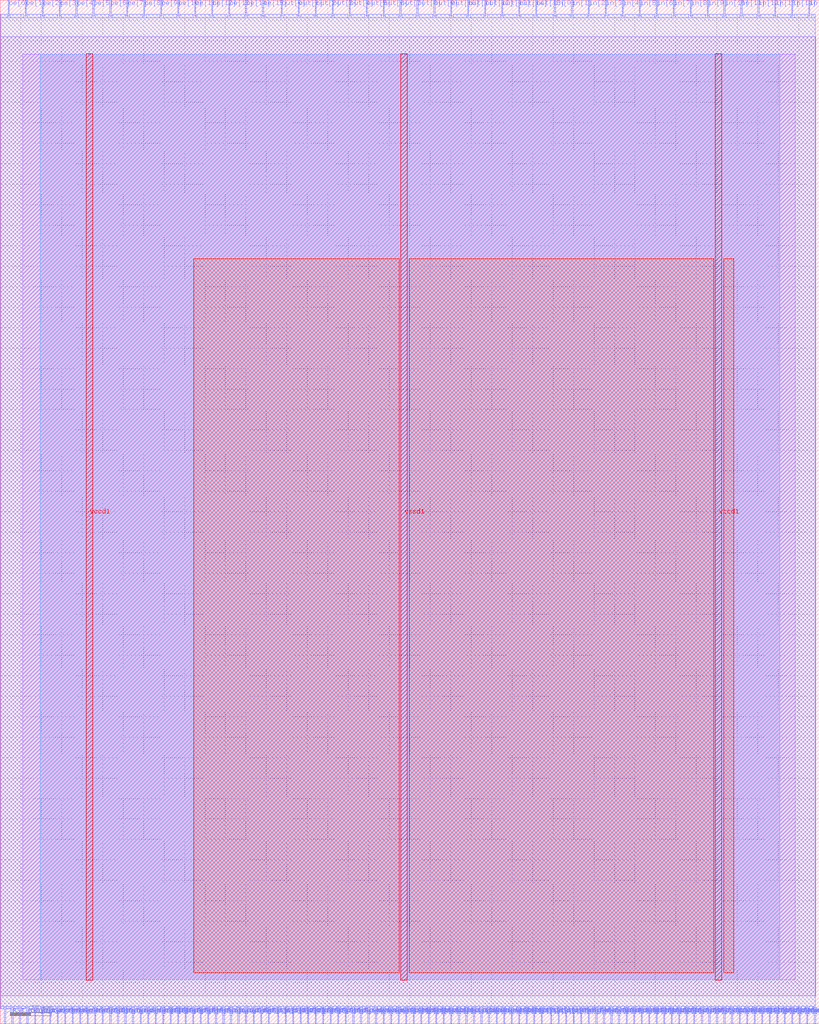
<source format=lef>
VERSION 5.7 ;
  NOWIREEXTENSIONATPIN ON ;
  DIVIDERCHAR "/" ;
  BUSBITCHARS "[]" ;
MACRO mkQF100GPIO
  CLASS BLOCK ;
  FOREIGN mkQF100GPIO ;
  ORIGIN 0.000 0.000 ;
  SIZE 200.000 BY 250.000 ;
  PIN CLK
    DIRECTION INPUT ;
    USE SIGNAL ;
    PORT
      LAYER met2 ;
        RECT 1.010 0.000 1.290 4.000 ;
    END
  END CLK
  PIN RST_N
    DIRECTION INPUT ;
    USE SIGNAL ;
    PORT
      LAYER met2 ;
        RECT 2.850 0.000 3.130 4.000 ;
    END
  END RST_N
  PIN in[0]
    DIRECTION INPUT ;
    USE SIGNAL ;
    PORT
      LAYER met2 ;
        RECT 135.330 246.000 135.610 250.000 ;
    END
  END in[0]
  PIN in[10]
    DIRECTION INPUT ;
    USE SIGNAL ;
    PORT
      LAYER met2 ;
        RECT 176.730 246.000 177.010 250.000 ;
    END
  END in[10]
  PIN in[11]
    DIRECTION INPUT ;
    USE SIGNAL ;
    PORT
      LAYER met2 ;
        RECT 180.870 246.000 181.150 250.000 ;
    END
  END in[11]
  PIN in[12]
    DIRECTION INPUT ;
    USE SIGNAL ;
    PORT
      LAYER met2 ;
        RECT 185.010 246.000 185.290 250.000 ;
    END
  END in[12]
  PIN in[13]
    DIRECTION INPUT ;
    USE SIGNAL ;
    PORT
      LAYER met2 ;
        RECT 189.150 246.000 189.430 250.000 ;
    END
  END in[13]
  PIN in[14]
    DIRECTION INPUT ;
    USE SIGNAL ;
    PORT
      LAYER met2 ;
        RECT 193.290 246.000 193.570 250.000 ;
    END
  END in[14]
  PIN in[15]
    DIRECTION INPUT ;
    USE SIGNAL ;
    PORT
      LAYER met2 ;
        RECT 197.430 246.000 197.710 250.000 ;
    END
  END in[15]
  PIN in[1]
    DIRECTION INPUT ;
    USE SIGNAL ;
    PORT
      LAYER met2 ;
        RECT 139.470 246.000 139.750 250.000 ;
    END
  END in[1]
  PIN in[2]
    DIRECTION INPUT ;
    USE SIGNAL ;
    PORT
      LAYER met2 ;
        RECT 143.610 246.000 143.890 250.000 ;
    END
  END in[2]
  PIN in[3]
    DIRECTION INPUT ;
    USE SIGNAL ;
    PORT
      LAYER met2 ;
        RECT 147.750 246.000 148.030 250.000 ;
    END
  END in[3]
  PIN in[4]
    DIRECTION INPUT ;
    USE SIGNAL ;
    PORT
      LAYER met2 ;
        RECT 151.890 246.000 152.170 250.000 ;
    END
  END in[4]
  PIN in[5]
    DIRECTION INPUT ;
    USE SIGNAL ;
    PORT
      LAYER met2 ;
        RECT 156.030 246.000 156.310 250.000 ;
    END
  END in[5]
  PIN in[6]
    DIRECTION INPUT ;
    USE SIGNAL ;
    PORT
      LAYER met2 ;
        RECT 160.170 246.000 160.450 250.000 ;
    END
  END in[6]
  PIN in[7]
    DIRECTION INPUT ;
    USE SIGNAL ;
    PORT
      LAYER met2 ;
        RECT 164.310 246.000 164.590 250.000 ;
    END
  END in[7]
  PIN in[8]
    DIRECTION INPUT ;
    USE SIGNAL ;
    PORT
      LAYER met2 ;
        RECT 168.450 246.000 168.730 250.000 ;
    END
  END in[8]
  PIN in[9]
    DIRECTION INPUT ;
    USE SIGNAL ;
    PORT
      LAYER met2 ;
        RECT 172.590 246.000 172.870 250.000 ;
    END
  END in[9]
  PIN oe[0]
    DIRECTION OUTPUT TRISTATE ;
    USE SIGNAL ;
    PORT
      LAYER met2 ;
        RECT 1.930 246.000 2.210 250.000 ;
    END
  END oe[0]
  PIN oe[10]
    DIRECTION OUTPUT TRISTATE ;
    USE SIGNAL ;
    PORT
      LAYER met2 ;
        RECT 43.330 246.000 43.610 250.000 ;
    END
  END oe[10]
  PIN oe[11]
    DIRECTION OUTPUT TRISTATE ;
    USE SIGNAL ;
    PORT
      LAYER met2 ;
        RECT 47.470 246.000 47.750 250.000 ;
    END
  END oe[11]
  PIN oe[12]
    DIRECTION OUTPUT TRISTATE ;
    USE SIGNAL ;
    PORT
      LAYER met2 ;
        RECT 51.610 246.000 51.890 250.000 ;
    END
  END oe[12]
  PIN oe[13]
    DIRECTION OUTPUT TRISTATE ;
    USE SIGNAL ;
    PORT
      LAYER met2 ;
        RECT 55.750 246.000 56.030 250.000 ;
    END
  END oe[13]
  PIN oe[14]
    DIRECTION OUTPUT TRISTATE ;
    USE SIGNAL ;
    PORT
      LAYER met2 ;
        RECT 59.890 246.000 60.170 250.000 ;
    END
  END oe[14]
  PIN oe[15]
    DIRECTION OUTPUT TRISTATE ;
    USE SIGNAL ;
    PORT
      LAYER met2 ;
        RECT 64.030 246.000 64.310 250.000 ;
    END
  END oe[15]
  PIN oe[1]
    DIRECTION OUTPUT TRISTATE ;
    USE SIGNAL ;
    PORT
      LAYER met2 ;
        RECT 6.070 246.000 6.350 250.000 ;
    END
  END oe[1]
  PIN oe[2]
    DIRECTION OUTPUT TRISTATE ;
    USE SIGNAL ;
    PORT
      LAYER met2 ;
        RECT 10.210 246.000 10.490 250.000 ;
    END
  END oe[2]
  PIN oe[3]
    DIRECTION OUTPUT TRISTATE ;
    USE SIGNAL ;
    PORT
      LAYER met2 ;
        RECT 14.350 246.000 14.630 250.000 ;
    END
  END oe[3]
  PIN oe[4]
    DIRECTION OUTPUT TRISTATE ;
    USE SIGNAL ;
    PORT
      LAYER met2 ;
        RECT 18.490 246.000 18.770 250.000 ;
    END
  END oe[4]
  PIN oe[5]
    DIRECTION OUTPUT TRISTATE ;
    USE SIGNAL ;
    PORT
      LAYER met2 ;
        RECT 22.630 246.000 22.910 250.000 ;
    END
  END oe[5]
  PIN oe[6]
    DIRECTION OUTPUT TRISTATE ;
    USE SIGNAL ;
    PORT
      LAYER met2 ;
        RECT 26.770 246.000 27.050 250.000 ;
    END
  END oe[6]
  PIN oe[7]
    DIRECTION OUTPUT TRISTATE ;
    USE SIGNAL ;
    PORT
      LAYER met2 ;
        RECT 30.910 246.000 31.190 250.000 ;
    END
  END oe[7]
  PIN oe[8]
    DIRECTION OUTPUT TRISTATE ;
    USE SIGNAL ;
    PORT
      LAYER met2 ;
        RECT 35.050 246.000 35.330 250.000 ;
    END
  END oe[8]
  PIN oe[9]
    DIRECTION OUTPUT TRISTATE ;
    USE SIGNAL ;
    PORT
      LAYER met2 ;
        RECT 39.190 246.000 39.470 250.000 ;
    END
  END oe[9]
  PIN out[0]
    DIRECTION OUTPUT TRISTATE ;
    USE SIGNAL ;
    PORT
      LAYER met2 ;
        RECT 68.630 246.000 68.910 250.000 ;
    END
  END out[0]
  PIN out[10]
    DIRECTION OUTPUT TRISTATE ;
    USE SIGNAL ;
    PORT
      LAYER met2 ;
        RECT 110.030 246.000 110.310 250.000 ;
    END
  END out[10]
  PIN out[11]
    DIRECTION OUTPUT TRISTATE ;
    USE SIGNAL ;
    PORT
      LAYER met2 ;
        RECT 114.170 246.000 114.450 250.000 ;
    END
  END out[11]
  PIN out[12]
    DIRECTION OUTPUT TRISTATE ;
    USE SIGNAL ;
    PORT
      LAYER met2 ;
        RECT 118.310 246.000 118.590 250.000 ;
    END
  END out[12]
  PIN out[13]
    DIRECTION OUTPUT TRISTATE ;
    USE SIGNAL ;
    PORT
      LAYER met2 ;
        RECT 122.450 246.000 122.730 250.000 ;
    END
  END out[13]
  PIN out[14]
    DIRECTION OUTPUT TRISTATE ;
    USE SIGNAL ;
    PORT
      LAYER met2 ;
        RECT 126.590 246.000 126.870 250.000 ;
    END
  END out[14]
  PIN out[15]
    DIRECTION OUTPUT TRISTATE ;
    USE SIGNAL ;
    PORT
      LAYER met2 ;
        RECT 130.730 246.000 131.010 250.000 ;
    END
  END out[15]
  PIN out[1]
    DIRECTION OUTPUT TRISTATE ;
    USE SIGNAL ;
    PORT
      LAYER met2 ;
        RECT 72.770 246.000 73.050 250.000 ;
    END
  END out[1]
  PIN out[2]
    DIRECTION OUTPUT TRISTATE ;
    USE SIGNAL ;
    PORT
      LAYER met2 ;
        RECT 76.910 246.000 77.190 250.000 ;
    END
  END out[2]
  PIN out[3]
    DIRECTION OUTPUT TRISTATE ;
    USE SIGNAL ;
    PORT
      LAYER met2 ;
        RECT 81.050 246.000 81.330 250.000 ;
    END
  END out[3]
  PIN out[4]
    DIRECTION OUTPUT TRISTATE ;
    USE SIGNAL ;
    PORT
      LAYER met2 ;
        RECT 85.190 246.000 85.470 250.000 ;
    END
  END out[4]
  PIN out[5]
    DIRECTION OUTPUT TRISTATE ;
    USE SIGNAL ;
    PORT
      LAYER met2 ;
        RECT 89.330 246.000 89.610 250.000 ;
    END
  END out[5]
  PIN out[6]
    DIRECTION OUTPUT TRISTATE ;
    USE SIGNAL ;
    PORT
      LAYER met2 ;
        RECT 93.470 246.000 93.750 250.000 ;
    END
  END out[6]
  PIN out[7]
    DIRECTION OUTPUT TRISTATE ;
    USE SIGNAL ;
    PORT
      LAYER met2 ;
        RECT 97.610 246.000 97.890 250.000 ;
    END
  END out[7]
  PIN out[8]
    DIRECTION OUTPUT TRISTATE ;
    USE SIGNAL ;
    PORT
      LAYER met2 ;
        RECT 101.750 246.000 102.030 250.000 ;
    END
  END out[8]
  PIN out[9]
    DIRECTION OUTPUT TRISTATE ;
    USE SIGNAL ;
    PORT
      LAYER met2 ;
        RECT 105.890 246.000 106.170 250.000 ;
    END
  END out[9]
  PIN slave_ack_o
    DIRECTION OUTPUT TRISTATE ;
    USE SIGNAL ;
    PORT
      LAYER met2 ;
        RECT 4.690 0.000 4.970 4.000 ;
    END
  END slave_ack_o
  PIN slave_adr_i[0]
    DIRECTION INPUT ;
    USE SIGNAL ;
    PORT
      LAYER met2 ;
        RECT 15.730 0.000 16.010 4.000 ;
    END
  END slave_adr_i[0]
  PIN slave_adr_i[10]
    DIRECTION INPUT ;
    USE SIGNAL ;
    PORT
      LAYER met2 ;
        RECT 78.750 0.000 79.030 4.000 ;
    END
  END slave_adr_i[10]
  PIN slave_adr_i[11]
    DIRECTION INPUT ;
    USE SIGNAL ;
    PORT
      LAYER met2 ;
        RECT 84.270 0.000 84.550 4.000 ;
    END
  END slave_adr_i[11]
  PIN slave_adr_i[12]
    DIRECTION INPUT ;
    USE SIGNAL ;
    PORT
      LAYER met2 ;
        RECT 89.790 0.000 90.070 4.000 ;
    END
  END slave_adr_i[12]
  PIN slave_adr_i[13]
    DIRECTION INPUT ;
    USE SIGNAL ;
    PORT
      LAYER met2 ;
        RECT 95.310 0.000 95.590 4.000 ;
    END
  END slave_adr_i[13]
  PIN slave_adr_i[14]
    DIRECTION INPUT ;
    USE SIGNAL ;
    PORT
      LAYER met2 ;
        RECT 100.830 0.000 101.110 4.000 ;
    END
  END slave_adr_i[14]
  PIN slave_adr_i[15]
    DIRECTION INPUT ;
    USE SIGNAL ;
    PORT
      LAYER met2 ;
        RECT 106.350 0.000 106.630 4.000 ;
    END
  END slave_adr_i[15]
  PIN slave_adr_i[16]
    DIRECTION INPUT ;
    USE SIGNAL ;
    PORT
      LAYER met2 ;
        RECT 111.870 0.000 112.150 4.000 ;
    END
  END slave_adr_i[16]
  PIN slave_adr_i[17]
    DIRECTION INPUT ;
    USE SIGNAL ;
    PORT
      LAYER met2 ;
        RECT 117.390 0.000 117.670 4.000 ;
    END
  END slave_adr_i[17]
  PIN slave_adr_i[18]
    DIRECTION INPUT ;
    USE SIGNAL ;
    PORT
      LAYER met2 ;
        RECT 122.910 0.000 123.190 4.000 ;
    END
  END slave_adr_i[18]
  PIN slave_adr_i[19]
    DIRECTION INPUT ;
    USE SIGNAL ;
    PORT
      LAYER met2 ;
        RECT 128.430 0.000 128.710 4.000 ;
    END
  END slave_adr_i[19]
  PIN slave_adr_i[1]
    DIRECTION INPUT ;
    USE SIGNAL ;
    PORT
      LAYER met2 ;
        RECT 23.090 0.000 23.370 4.000 ;
    END
  END slave_adr_i[1]
  PIN slave_adr_i[20]
    DIRECTION INPUT ;
    USE SIGNAL ;
    PORT
      LAYER met2 ;
        RECT 134.410 0.000 134.690 4.000 ;
    END
  END slave_adr_i[20]
  PIN slave_adr_i[21]
    DIRECTION INPUT ;
    USE SIGNAL ;
    PORT
      LAYER met2 ;
        RECT 139.930 0.000 140.210 4.000 ;
    END
  END slave_adr_i[21]
  PIN slave_adr_i[22]
    DIRECTION INPUT ;
    USE SIGNAL ;
    PORT
      LAYER met2 ;
        RECT 145.450 0.000 145.730 4.000 ;
    END
  END slave_adr_i[22]
  PIN slave_adr_i[23]
    DIRECTION INPUT ;
    USE SIGNAL ;
    PORT
      LAYER met2 ;
        RECT 150.970 0.000 151.250 4.000 ;
    END
  END slave_adr_i[23]
  PIN slave_adr_i[24]
    DIRECTION INPUT ;
    USE SIGNAL ;
    PORT
      LAYER met2 ;
        RECT 156.490 0.000 156.770 4.000 ;
    END
  END slave_adr_i[24]
  PIN slave_adr_i[25]
    DIRECTION INPUT ;
    USE SIGNAL ;
    PORT
      LAYER met2 ;
        RECT 162.010 0.000 162.290 4.000 ;
    END
  END slave_adr_i[25]
  PIN slave_adr_i[26]
    DIRECTION INPUT ;
    USE SIGNAL ;
    PORT
      LAYER met2 ;
        RECT 167.530 0.000 167.810 4.000 ;
    END
  END slave_adr_i[26]
  PIN slave_adr_i[27]
    DIRECTION INPUT ;
    USE SIGNAL ;
    PORT
      LAYER met2 ;
        RECT 173.050 0.000 173.330 4.000 ;
    END
  END slave_adr_i[27]
  PIN slave_adr_i[28]
    DIRECTION INPUT ;
    USE SIGNAL ;
    PORT
      LAYER met2 ;
        RECT 178.570 0.000 178.850 4.000 ;
    END
  END slave_adr_i[28]
  PIN slave_adr_i[29]
    DIRECTION INPUT ;
    USE SIGNAL ;
    PORT
      LAYER met2 ;
        RECT 184.090 0.000 184.370 4.000 ;
    END
  END slave_adr_i[29]
  PIN slave_adr_i[2]
    DIRECTION INPUT ;
    USE SIGNAL ;
    PORT
      LAYER met2 ;
        RECT 30.450 0.000 30.730 4.000 ;
    END
  END slave_adr_i[2]
  PIN slave_adr_i[30]
    DIRECTION INPUT ;
    USE SIGNAL ;
    PORT
      LAYER met2 ;
        RECT 189.610 0.000 189.890 4.000 ;
    END
  END slave_adr_i[30]
  PIN slave_adr_i[31]
    DIRECTION INPUT ;
    USE SIGNAL ;
    PORT
      LAYER met2 ;
        RECT 195.130 0.000 195.410 4.000 ;
    END
  END slave_adr_i[31]
  PIN slave_adr_i[3]
    DIRECTION INPUT ;
    USE SIGNAL ;
    PORT
      LAYER met2 ;
        RECT 37.810 0.000 38.090 4.000 ;
    END
  END slave_adr_i[3]
  PIN slave_adr_i[4]
    DIRECTION INPUT ;
    USE SIGNAL ;
    PORT
      LAYER met2 ;
        RECT 45.170 0.000 45.450 4.000 ;
    END
  END slave_adr_i[4]
  PIN slave_adr_i[5]
    DIRECTION INPUT ;
    USE SIGNAL ;
    PORT
      LAYER met2 ;
        RECT 50.690 0.000 50.970 4.000 ;
    END
  END slave_adr_i[5]
  PIN slave_adr_i[6]
    DIRECTION INPUT ;
    USE SIGNAL ;
    PORT
      LAYER met2 ;
        RECT 56.210 0.000 56.490 4.000 ;
    END
  END slave_adr_i[6]
  PIN slave_adr_i[7]
    DIRECTION INPUT ;
    USE SIGNAL ;
    PORT
      LAYER met2 ;
        RECT 61.730 0.000 62.010 4.000 ;
    END
  END slave_adr_i[7]
  PIN slave_adr_i[8]
    DIRECTION INPUT ;
    USE SIGNAL ;
    PORT
      LAYER met2 ;
        RECT 67.710 0.000 67.990 4.000 ;
    END
  END slave_adr_i[8]
  PIN slave_adr_i[9]
    DIRECTION INPUT ;
    USE SIGNAL ;
    PORT
      LAYER met2 ;
        RECT 73.230 0.000 73.510 4.000 ;
    END
  END slave_adr_i[9]
  PIN slave_cyc_i
    DIRECTION INPUT ;
    USE SIGNAL ;
    PORT
      LAYER met2 ;
        RECT 6.530 0.000 6.810 4.000 ;
    END
  END slave_cyc_i
  PIN slave_dat_i[0]
    DIRECTION INPUT ;
    USE SIGNAL ;
    PORT
      LAYER met2 ;
        RECT 17.570 0.000 17.850 4.000 ;
    END
  END slave_dat_i[0]
  PIN slave_dat_i[10]
    DIRECTION INPUT ;
    USE SIGNAL ;
    PORT
      LAYER met2 ;
        RECT 80.590 0.000 80.870 4.000 ;
    END
  END slave_dat_i[10]
  PIN slave_dat_i[11]
    DIRECTION INPUT ;
    USE SIGNAL ;
    PORT
      LAYER met2 ;
        RECT 86.110 0.000 86.390 4.000 ;
    END
  END slave_dat_i[11]
  PIN slave_dat_i[12]
    DIRECTION INPUT ;
    USE SIGNAL ;
    PORT
      LAYER met2 ;
        RECT 91.630 0.000 91.910 4.000 ;
    END
  END slave_dat_i[12]
  PIN slave_dat_i[13]
    DIRECTION INPUT ;
    USE SIGNAL ;
    PORT
      LAYER met2 ;
        RECT 97.150 0.000 97.430 4.000 ;
    END
  END slave_dat_i[13]
  PIN slave_dat_i[14]
    DIRECTION INPUT ;
    USE SIGNAL ;
    PORT
      LAYER met2 ;
        RECT 102.670 0.000 102.950 4.000 ;
    END
  END slave_dat_i[14]
  PIN slave_dat_i[15]
    DIRECTION INPUT ;
    USE SIGNAL ;
    PORT
      LAYER met2 ;
        RECT 108.190 0.000 108.470 4.000 ;
    END
  END slave_dat_i[15]
  PIN slave_dat_i[16]
    DIRECTION INPUT ;
    USE SIGNAL ;
    PORT
      LAYER met2 ;
        RECT 113.710 0.000 113.990 4.000 ;
    END
  END slave_dat_i[16]
  PIN slave_dat_i[17]
    DIRECTION INPUT ;
    USE SIGNAL ;
    PORT
      LAYER met2 ;
        RECT 119.230 0.000 119.510 4.000 ;
    END
  END slave_dat_i[17]
  PIN slave_dat_i[18]
    DIRECTION INPUT ;
    USE SIGNAL ;
    PORT
      LAYER met2 ;
        RECT 124.750 0.000 125.030 4.000 ;
    END
  END slave_dat_i[18]
  PIN slave_dat_i[19]
    DIRECTION INPUT ;
    USE SIGNAL ;
    PORT
      LAYER met2 ;
        RECT 130.270 0.000 130.550 4.000 ;
    END
  END slave_dat_i[19]
  PIN slave_dat_i[1]
    DIRECTION INPUT ;
    USE SIGNAL ;
    PORT
      LAYER met2 ;
        RECT 24.930 0.000 25.210 4.000 ;
    END
  END slave_dat_i[1]
  PIN slave_dat_i[20]
    DIRECTION INPUT ;
    USE SIGNAL ;
    PORT
      LAYER met2 ;
        RECT 136.250 0.000 136.530 4.000 ;
    END
  END slave_dat_i[20]
  PIN slave_dat_i[21]
    DIRECTION INPUT ;
    USE SIGNAL ;
    PORT
      LAYER met2 ;
        RECT 141.770 0.000 142.050 4.000 ;
    END
  END slave_dat_i[21]
  PIN slave_dat_i[22]
    DIRECTION INPUT ;
    USE SIGNAL ;
    PORT
      LAYER met2 ;
        RECT 147.290 0.000 147.570 4.000 ;
    END
  END slave_dat_i[22]
  PIN slave_dat_i[23]
    DIRECTION INPUT ;
    USE SIGNAL ;
    PORT
      LAYER met2 ;
        RECT 152.810 0.000 153.090 4.000 ;
    END
  END slave_dat_i[23]
  PIN slave_dat_i[24]
    DIRECTION INPUT ;
    USE SIGNAL ;
    PORT
      LAYER met2 ;
        RECT 158.330 0.000 158.610 4.000 ;
    END
  END slave_dat_i[24]
  PIN slave_dat_i[25]
    DIRECTION INPUT ;
    USE SIGNAL ;
    PORT
      LAYER met2 ;
        RECT 163.850 0.000 164.130 4.000 ;
    END
  END slave_dat_i[25]
  PIN slave_dat_i[26]
    DIRECTION INPUT ;
    USE SIGNAL ;
    PORT
      LAYER met2 ;
        RECT 169.370 0.000 169.650 4.000 ;
    END
  END slave_dat_i[26]
  PIN slave_dat_i[27]
    DIRECTION INPUT ;
    USE SIGNAL ;
    PORT
      LAYER met2 ;
        RECT 174.890 0.000 175.170 4.000 ;
    END
  END slave_dat_i[27]
  PIN slave_dat_i[28]
    DIRECTION INPUT ;
    USE SIGNAL ;
    PORT
      LAYER met2 ;
        RECT 180.410 0.000 180.690 4.000 ;
    END
  END slave_dat_i[28]
  PIN slave_dat_i[29]
    DIRECTION INPUT ;
    USE SIGNAL ;
    PORT
      LAYER met2 ;
        RECT 185.930 0.000 186.210 4.000 ;
    END
  END slave_dat_i[29]
  PIN slave_dat_i[2]
    DIRECTION INPUT ;
    USE SIGNAL ;
    PORT
      LAYER met2 ;
        RECT 32.290 0.000 32.570 4.000 ;
    END
  END slave_dat_i[2]
  PIN slave_dat_i[30]
    DIRECTION INPUT ;
    USE SIGNAL ;
    PORT
      LAYER met2 ;
        RECT 191.450 0.000 191.730 4.000 ;
    END
  END slave_dat_i[30]
  PIN slave_dat_i[31]
    DIRECTION INPUT ;
    USE SIGNAL ;
    PORT
      LAYER met2 ;
        RECT 196.970 0.000 197.250 4.000 ;
    END
  END slave_dat_i[31]
  PIN slave_dat_i[3]
    DIRECTION INPUT ;
    USE SIGNAL ;
    PORT
      LAYER met2 ;
        RECT 39.650 0.000 39.930 4.000 ;
    END
  END slave_dat_i[3]
  PIN slave_dat_i[4]
    DIRECTION INPUT ;
    USE SIGNAL ;
    PORT
      LAYER met2 ;
        RECT 47.010 0.000 47.290 4.000 ;
    END
  END slave_dat_i[4]
  PIN slave_dat_i[5]
    DIRECTION INPUT ;
    USE SIGNAL ;
    PORT
      LAYER met2 ;
        RECT 52.530 0.000 52.810 4.000 ;
    END
  END slave_dat_i[5]
  PIN slave_dat_i[6]
    DIRECTION INPUT ;
    USE SIGNAL ;
    PORT
      LAYER met2 ;
        RECT 58.050 0.000 58.330 4.000 ;
    END
  END slave_dat_i[6]
  PIN slave_dat_i[7]
    DIRECTION INPUT ;
    USE SIGNAL ;
    PORT
      LAYER met2 ;
        RECT 63.570 0.000 63.850 4.000 ;
    END
  END slave_dat_i[7]
  PIN slave_dat_i[8]
    DIRECTION INPUT ;
    USE SIGNAL ;
    PORT
      LAYER met2 ;
        RECT 69.550 0.000 69.830 4.000 ;
    END
  END slave_dat_i[8]
  PIN slave_dat_i[9]
    DIRECTION INPUT ;
    USE SIGNAL ;
    PORT
      LAYER met2 ;
        RECT 75.070 0.000 75.350 4.000 ;
    END
  END slave_dat_i[9]
  PIN slave_dat_o[0]
    DIRECTION OUTPUT TRISTATE ;
    USE SIGNAL ;
    PORT
      LAYER met2 ;
        RECT 19.410 0.000 19.690 4.000 ;
    END
  END slave_dat_o[0]
  PIN slave_dat_o[10]
    DIRECTION OUTPUT TRISTATE ;
    USE SIGNAL ;
    PORT
      LAYER met2 ;
        RECT 82.430 0.000 82.710 4.000 ;
    END
  END slave_dat_o[10]
  PIN slave_dat_o[11]
    DIRECTION OUTPUT TRISTATE ;
    USE SIGNAL ;
    PORT
      LAYER met2 ;
        RECT 87.950 0.000 88.230 4.000 ;
    END
  END slave_dat_o[11]
  PIN slave_dat_o[12]
    DIRECTION OUTPUT TRISTATE ;
    USE SIGNAL ;
    PORT
      LAYER met2 ;
        RECT 93.470 0.000 93.750 4.000 ;
    END
  END slave_dat_o[12]
  PIN slave_dat_o[13]
    DIRECTION OUTPUT TRISTATE ;
    USE SIGNAL ;
    PORT
      LAYER met2 ;
        RECT 98.990 0.000 99.270 4.000 ;
    END
  END slave_dat_o[13]
  PIN slave_dat_o[14]
    DIRECTION OUTPUT TRISTATE ;
    USE SIGNAL ;
    PORT
      LAYER met2 ;
        RECT 104.510 0.000 104.790 4.000 ;
    END
  END slave_dat_o[14]
  PIN slave_dat_o[15]
    DIRECTION OUTPUT TRISTATE ;
    USE SIGNAL ;
    PORT
      LAYER met2 ;
        RECT 110.030 0.000 110.310 4.000 ;
    END
  END slave_dat_o[15]
  PIN slave_dat_o[16]
    DIRECTION OUTPUT TRISTATE ;
    USE SIGNAL ;
    PORT
      LAYER met2 ;
        RECT 115.550 0.000 115.830 4.000 ;
    END
  END slave_dat_o[16]
  PIN slave_dat_o[17]
    DIRECTION OUTPUT TRISTATE ;
    USE SIGNAL ;
    PORT
      LAYER met2 ;
        RECT 121.070 0.000 121.350 4.000 ;
    END
  END slave_dat_o[17]
  PIN slave_dat_o[18]
    DIRECTION OUTPUT TRISTATE ;
    USE SIGNAL ;
    PORT
      LAYER met2 ;
        RECT 126.590 0.000 126.870 4.000 ;
    END
  END slave_dat_o[18]
  PIN slave_dat_o[19]
    DIRECTION OUTPUT TRISTATE ;
    USE SIGNAL ;
    PORT
      LAYER met2 ;
        RECT 132.110 0.000 132.390 4.000 ;
    END
  END slave_dat_o[19]
  PIN slave_dat_o[1]
    DIRECTION OUTPUT TRISTATE ;
    USE SIGNAL ;
    PORT
      LAYER met2 ;
        RECT 26.770 0.000 27.050 4.000 ;
    END
  END slave_dat_o[1]
  PIN slave_dat_o[20]
    DIRECTION OUTPUT TRISTATE ;
    USE SIGNAL ;
    PORT
      LAYER met2 ;
        RECT 138.090 0.000 138.370 4.000 ;
    END
  END slave_dat_o[20]
  PIN slave_dat_o[21]
    DIRECTION OUTPUT TRISTATE ;
    USE SIGNAL ;
    PORT
      LAYER met2 ;
        RECT 143.610 0.000 143.890 4.000 ;
    END
  END slave_dat_o[21]
  PIN slave_dat_o[22]
    DIRECTION OUTPUT TRISTATE ;
    USE SIGNAL ;
    PORT
      LAYER met2 ;
        RECT 149.130 0.000 149.410 4.000 ;
    END
  END slave_dat_o[22]
  PIN slave_dat_o[23]
    DIRECTION OUTPUT TRISTATE ;
    USE SIGNAL ;
    PORT
      LAYER met2 ;
        RECT 154.650 0.000 154.930 4.000 ;
    END
  END slave_dat_o[23]
  PIN slave_dat_o[24]
    DIRECTION OUTPUT TRISTATE ;
    USE SIGNAL ;
    PORT
      LAYER met2 ;
        RECT 160.170 0.000 160.450 4.000 ;
    END
  END slave_dat_o[24]
  PIN slave_dat_o[25]
    DIRECTION OUTPUT TRISTATE ;
    USE SIGNAL ;
    PORT
      LAYER met2 ;
        RECT 165.690 0.000 165.970 4.000 ;
    END
  END slave_dat_o[25]
  PIN slave_dat_o[26]
    DIRECTION OUTPUT TRISTATE ;
    USE SIGNAL ;
    PORT
      LAYER met2 ;
        RECT 171.210 0.000 171.490 4.000 ;
    END
  END slave_dat_o[26]
  PIN slave_dat_o[27]
    DIRECTION OUTPUT TRISTATE ;
    USE SIGNAL ;
    PORT
      LAYER met2 ;
        RECT 176.730 0.000 177.010 4.000 ;
    END
  END slave_dat_o[27]
  PIN slave_dat_o[28]
    DIRECTION OUTPUT TRISTATE ;
    USE SIGNAL ;
    PORT
      LAYER met2 ;
        RECT 182.250 0.000 182.530 4.000 ;
    END
  END slave_dat_o[28]
  PIN slave_dat_o[29]
    DIRECTION OUTPUT TRISTATE ;
    USE SIGNAL ;
    PORT
      LAYER met2 ;
        RECT 187.770 0.000 188.050 4.000 ;
    END
  END slave_dat_o[29]
  PIN slave_dat_o[2]
    DIRECTION OUTPUT TRISTATE ;
    USE SIGNAL ;
    PORT
      LAYER met2 ;
        RECT 34.130 0.000 34.410 4.000 ;
    END
  END slave_dat_o[2]
  PIN slave_dat_o[30]
    DIRECTION OUTPUT TRISTATE ;
    USE SIGNAL ;
    PORT
      LAYER met2 ;
        RECT 193.290 0.000 193.570 4.000 ;
    END
  END slave_dat_o[30]
  PIN slave_dat_o[31]
    DIRECTION OUTPUT TRISTATE ;
    USE SIGNAL ;
    PORT
      LAYER met2 ;
        RECT 198.810 0.000 199.090 4.000 ;
    END
  END slave_dat_o[31]
  PIN slave_dat_o[3]
    DIRECTION OUTPUT TRISTATE ;
    USE SIGNAL ;
    PORT
      LAYER met2 ;
        RECT 41.490 0.000 41.770 4.000 ;
    END
  END slave_dat_o[3]
  PIN slave_dat_o[4]
    DIRECTION OUTPUT TRISTATE ;
    USE SIGNAL ;
    PORT
      LAYER met2 ;
        RECT 48.850 0.000 49.130 4.000 ;
    END
  END slave_dat_o[4]
  PIN slave_dat_o[5]
    DIRECTION OUTPUT TRISTATE ;
    USE SIGNAL ;
    PORT
      LAYER met2 ;
        RECT 54.370 0.000 54.650 4.000 ;
    END
  END slave_dat_o[5]
  PIN slave_dat_o[6]
    DIRECTION OUTPUT TRISTATE ;
    USE SIGNAL ;
    PORT
      LAYER met2 ;
        RECT 59.890 0.000 60.170 4.000 ;
    END
  END slave_dat_o[6]
  PIN slave_dat_o[7]
    DIRECTION OUTPUT TRISTATE ;
    USE SIGNAL ;
    PORT
      LAYER met2 ;
        RECT 65.410 0.000 65.690 4.000 ;
    END
  END slave_dat_o[7]
  PIN slave_dat_o[8]
    DIRECTION OUTPUT TRISTATE ;
    USE SIGNAL ;
    PORT
      LAYER met2 ;
        RECT 71.390 0.000 71.670 4.000 ;
    END
  END slave_dat_o[8]
  PIN slave_dat_o[9]
    DIRECTION OUTPUT TRISTATE ;
    USE SIGNAL ;
    PORT
      LAYER met2 ;
        RECT 76.910 0.000 77.190 4.000 ;
    END
  END slave_dat_o[9]
  PIN slave_err_o
    DIRECTION OUTPUT TRISTATE ;
    USE SIGNAL ;
    PORT
      LAYER met2 ;
        RECT 8.370 0.000 8.650 4.000 ;
    END
  END slave_err_o
  PIN slave_rty_o
    DIRECTION OUTPUT TRISTATE ;
    USE SIGNAL ;
    PORT
      LAYER met2 ;
        RECT 10.210 0.000 10.490 4.000 ;
    END
  END slave_rty_o
  PIN slave_sel_i[0]
    DIRECTION INPUT ;
    USE SIGNAL ;
    PORT
      LAYER met2 ;
        RECT 21.250 0.000 21.530 4.000 ;
    END
  END slave_sel_i[0]
  PIN slave_sel_i[1]
    DIRECTION INPUT ;
    USE SIGNAL ;
    PORT
      LAYER met2 ;
        RECT 28.610 0.000 28.890 4.000 ;
    END
  END slave_sel_i[1]
  PIN slave_sel_i[2]
    DIRECTION INPUT ;
    USE SIGNAL ;
    PORT
      LAYER met2 ;
        RECT 35.970 0.000 36.250 4.000 ;
    END
  END slave_sel_i[2]
  PIN slave_sel_i[3]
    DIRECTION INPUT ;
    USE SIGNAL ;
    PORT
      LAYER met2 ;
        RECT 43.330 0.000 43.610 4.000 ;
    END
  END slave_sel_i[3]
  PIN slave_stb_i
    DIRECTION INPUT ;
    USE SIGNAL ;
    PORT
      LAYER met2 ;
        RECT 12.050 0.000 12.330 4.000 ;
    END
  END slave_stb_i
  PIN slave_we_i
    DIRECTION INPUT ;
    USE SIGNAL ;
    PORT
      LAYER met2 ;
        RECT 13.890 0.000 14.170 4.000 ;
    END
  END slave_we_i
  PIN vccd1
    DIRECTION INPUT ;
    USE POWER ;
    PORT
      LAYER met4 ;
        RECT 21.040 10.640 22.640 236.880 ;
    END
    PORT
      LAYER met4 ;
        RECT 174.640 10.640 176.240 236.880 ;
    END
  END vccd1
  PIN vssd1
    DIRECTION INPUT ;
    USE GROUND ;
    PORT
      LAYER met4 ;
        RECT 97.840 10.640 99.440 236.880 ;
    END
  END vssd1
  OBS
      LAYER li1 ;
        RECT 5.520 10.795 194.120 236.725 ;
      LAYER met1 ;
        RECT 0.070 6.840 199.110 241.020 ;
      LAYER met2 ;
        RECT 0.100 245.720 1.650 246.570 ;
        RECT 2.490 245.720 5.790 246.570 ;
        RECT 6.630 245.720 9.930 246.570 ;
        RECT 10.770 245.720 14.070 246.570 ;
        RECT 14.910 245.720 18.210 246.570 ;
        RECT 19.050 245.720 22.350 246.570 ;
        RECT 23.190 245.720 26.490 246.570 ;
        RECT 27.330 245.720 30.630 246.570 ;
        RECT 31.470 245.720 34.770 246.570 ;
        RECT 35.610 245.720 38.910 246.570 ;
        RECT 39.750 245.720 43.050 246.570 ;
        RECT 43.890 245.720 47.190 246.570 ;
        RECT 48.030 245.720 51.330 246.570 ;
        RECT 52.170 245.720 55.470 246.570 ;
        RECT 56.310 245.720 59.610 246.570 ;
        RECT 60.450 245.720 63.750 246.570 ;
        RECT 64.590 245.720 68.350 246.570 ;
        RECT 69.190 245.720 72.490 246.570 ;
        RECT 73.330 245.720 76.630 246.570 ;
        RECT 77.470 245.720 80.770 246.570 ;
        RECT 81.610 245.720 84.910 246.570 ;
        RECT 85.750 245.720 89.050 246.570 ;
        RECT 89.890 245.720 93.190 246.570 ;
        RECT 94.030 245.720 97.330 246.570 ;
        RECT 98.170 245.720 101.470 246.570 ;
        RECT 102.310 245.720 105.610 246.570 ;
        RECT 106.450 245.720 109.750 246.570 ;
        RECT 110.590 245.720 113.890 246.570 ;
        RECT 114.730 245.720 118.030 246.570 ;
        RECT 118.870 245.720 122.170 246.570 ;
        RECT 123.010 245.720 126.310 246.570 ;
        RECT 127.150 245.720 130.450 246.570 ;
        RECT 131.290 245.720 135.050 246.570 ;
        RECT 135.890 245.720 139.190 246.570 ;
        RECT 140.030 245.720 143.330 246.570 ;
        RECT 144.170 245.720 147.470 246.570 ;
        RECT 148.310 245.720 151.610 246.570 ;
        RECT 152.450 245.720 155.750 246.570 ;
        RECT 156.590 245.720 159.890 246.570 ;
        RECT 160.730 245.720 164.030 246.570 ;
        RECT 164.870 245.720 168.170 246.570 ;
        RECT 169.010 245.720 172.310 246.570 ;
        RECT 173.150 245.720 176.450 246.570 ;
        RECT 177.290 245.720 180.590 246.570 ;
        RECT 181.430 245.720 184.730 246.570 ;
        RECT 185.570 245.720 188.870 246.570 ;
        RECT 189.710 245.720 193.010 246.570 ;
        RECT 193.850 245.720 197.150 246.570 ;
        RECT 197.990 245.720 199.080 246.570 ;
        RECT 0.100 4.280 199.080 245.720 ;
        RECT 0.100 3.670 0.730 4.280 ;
        RECT 1.570 3.670 2.570 4.280 ;
        RECT 3.410 3.670 4.410 4.280 ;
        RECT 5.250 3.670 6.250 4.280 ;
        RECT 7.090 3.670 8.090 4.280 ;
        RECT 8.930 3.670 9.930 4.280 ;
        RECT 10.770 3.670 11.770 4.280 ;
        RECT 12.610 3.670 13.610 4.280 ;
        RECT 14.450 3.670 15.450 4.280 ;
        RECT 16.290 3.670 17.290 4.280 ;
        RECT 18.130 3.670 19.130 4.280 ;
        RECT 19.970 3.670 20.970 4.280 ;
        RECT 21.810 3.670 22.810 4.280 ;
        RECT 23.650 3.670 24.650 4.280 ;
        RECT 25.490 3.670 26.490 4.280 ;
        RECT 27.330 3.670 28.330 4.280 ;
        RECT 29.170 3.670 30.170 4.280 ;
        RECT 31.010 3.670 32.010 4.280 ;
        RECT 32.850 3.670 33.850 4.280 ;
        RECT 34.690 3.670 35.690 4.280 ;
        RECT 36.530 3.670 37.530 4.280 ;
        RECT 38.370 3.670 39.370 4.280 ;
        RECT 40.210 3.670 41.210 4.280 ;
        RECT 42.050 3.670 43.050 4.280 ;
        RECT 43.890 3.670 44.890 4.280 ;
        RECT 45.730 3.670 46.730 4.280 ;
        RECT 47.570 3.670 48.570 4.280 ;
        RECT 49.410 3.670 50.410 4.280 ;
        RECT 51.250 3.670 52.250 4.280 ;
        RECT 53.090 3.670 54.090 4.280 ;
        RECT 54.930 3.670 55.930 4.280 ;
        RECT 56.770 3.670 57.770 4.280 ;
        RECT 58.610 3.670 59.610 4.280 ;
        RECT 60.450 3.670 61.450 4.280 ;
        RECT 62.290 3.670 63.290 4.280 ;
        RECT 64.130 3.670 65.130 4.280 ;
        RECT 65.970 3.670 67.430 4.280 ;
        RECT 68.270 3.670 69.270 4.280 ;
        RECT 70.110 3.670 71.110 4.280 ;
        RECT 71.950 3.670 72.950 4.280 ;
        RECT 73.790 3.670 74.790 4.280 ;
        RECT 75.630 3.670 76.630 4.280 ;
        RECT 77.470 3.670 78.470 4.280 ;
        RECT 79.310 3.670 80.310 4.280 ;
        RECT 81.150 3.670 82.150 4.280 ;
        RECT 82.990 3.670 83.990 4.280 ;
        RECT 84.830 3.670 85.830 4.280 ;
        RECT 86.670 3.670 87.670 4.280 ;
        RECT 88.510 3.670 89.510 4.280 ;
        RECT 90.350 3.670 91.350 4.280 ;
        RECT 92.190 3.670 93.190 4.280 ;
        RECT 94.030 3.670 95.030 4.280 ;
        RECT 95.870 3.670 96.870 4.280 ;
        RECT 97.710 3.670 98.710 4.280 ;
        RECT 99.550 3.670 100.550 4.280 ;
        RECT 101.390 3.670 102.390 4.280 ;
        RECT 103.230 3.670 104.230 4.280 ;
        RECT 105.070 3.670 106.070 4.280 ;
        RECT 106.910 3.670 107.910 4.280 ;
        RECT 108.750 3.670 109.750 4.280 ;
        RECT 110.590 3.670 111.590 4.280 ;
        RECT 112.430 3.670 113.430 4.280 ;
        RECT 114.270 3.670 115.270 4.280 ;
        RECT 116.110 3.670 117.110 4.280 ;
        RECT 117.950 3.670 118.950 4.280 ;
        RECT 119.790 3.670 120.790 4.280 ;
        RECT 121.630 3.670 122.630 4.280 ;
        RECT 123.470 3.670 124.470 4.280 ;
        RECT 125.310 3.670 126.310 4.280 ;
        RECT 127.150 3.670 128.150 4.280 ;
        RECT 128.990 3.670 129.990 4.280 ;
        RECT 130.830 3.670 131.830 4.280 ;
        RECT 132.670 3.670 134.130 4.280 ;
        RECT 134.970 3.670 135.970 4.280 ;
        RECT 136.810 3.670 137.810 4.280 ;
        RECT 138.650 3.670 139.650 4.280 ;
        RECT 140.490 3.670 141.490 4.280 ;
        RECT 142.330 3.670 143.330 4.280 ;
        RECT 144.170 3.670 145.170 4.280 ;
        RECT 146.010 3.670 147.010 4.280 ;
        RECT 147.850 3.670 148.850 4.280 ;
        RECT 149.690 3.670 150.690 4.280 ;
        RECT 151.530 3.670 152.530 4.280 ;
        RECT 153.370 3.670 154.370 4.280 ;
        RECT 155.210 3.670 156.210 4.280 ;
        RECT 157.050 3.670 158.050 4.280 ;
        RECT 158.890 3.670 159.890 4.280 ;
        RECT 160.730 3.670 161.730 4.280 ;
        RECT 162.570 3.670 163.570 4.280 ;
        RECT 164.410 3.670 165.410 4.280 ;
        RECT 166.250 3.670 167.250 4.280 ;
        RECT 168.090 3.670 169.090 4.280 ;
        RECT 169.930 3.670 170.930 4.280 ;
        RECT 171.770 3.670 172.770 4.280 ;
        RECT 173.610 3.670 174.610 4.280 ;
        RECT 175.450 3.670 176.450 4.280 ;
        RECT 177.290 3.670 178.290 4.280 ;
        RECT 179.130 3.670 180.130 4.280 ;
        RECT 180.970 3.670 181.970 4.280 ;
        RECT 182.810 3.670 183.810 4.280 ;
        RECT 184.650 3.670 185.650 4.280 ;
        RECT 186.490 3.670 187.490 4.280 ;
        RECT 188.330 3.670 189.330 4.280 ;
        RECT 190.170 3.670 191.170 4.280 ;
        RECT 192.010 3.670 193.010 4.280 ;
        RECT 193.850 3.670 194.850 4.280 ;
        RECT 195.690 3.670 196.690 4.280 ;
        RECT 197.530 3.670 198.530 4.280 ;
      LAYER met3 ;
        RECT 9.725 10.715 190.375 236.805 ;
      LAYER met4 ;
        RECT 47.215 12.415 97.440 186.825 ;
        RECT 99.840 12.415 174.240 186.825 ;
        RECT 176.640 12.415 179.105 186.825 ;
  END
END mkQF100GPIO
END LIBRARY


</source>
